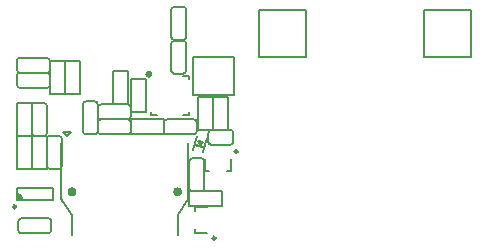
<source format=gto>
G04*
G04 #@! TF.GenerationSoftware,Altium Limited,Altium Designer,19.1.5 (86)*
G04*
G04 Layer_Color=65535*
%FSLAX25Y25*%
%MOIN*%
G70*
G01*
G75*
%ADD10C,0.00394*%
%ADD11C,0.00500*%
%ADD12C,0.00984*%
%ADD13C,0.00031*%
%ADD14C,0.00787*%
%ADD15C,0.00591*%
%ADD16C,0.00800*%
G04:AMPARAMS|DCode=17|XSize=7.87mil|YSize=31.5mil|CornerRadius=0mil|HoleSize=0mil|Usage=FLASHONLY|Rotation=75.000|XOffset=0mil|YOffset=0mil|HoleType=Round|Shape=Rectangle|*
%AMROTATEDRECTD17*
4,1,4,0.01419,-0.00788,-0.01623,0.00027,-0.01419,0.00788,0.01623,-0.00027,0.01419,-0.00788,0.0*
%
%ADD17ROTATEDRECTD17*%

G36*
X14095Y21732D02*
Y23700D01*
X14685D01*
X15866Y22519D01*
Y21732D01*
X14095D01*
D02*
G37*
G36*
X31004Y24331D02*
Y24057D01*
X31214Y23550D01*
X31601Y23163D01*
X32108Y22953D01*
X32382D01*
X32656D01*
X33162Y23163D01*
X33550Y23550D01*
X33760Y24057D01*
Y24331D01*
Y24605D01*
X33550Y25111D01*
X33162Y25499D01*
X32656Y25709D01*
X32382D01*
X32108D01*
X31601Y25499D01*
X31214Y25111D01*
X31004Y24605D01*
Y24331D01*
D01*
D02*
G37*
G36*
X66240D02*
Y24057D01*
X66450Y23550D01*
X66838Y23163D01*
X67344Y22953D01*
X67618D01*
X67892D01*
X68399Y23163D01*
X68786Y23550D01*
X68996Y24057D01*
Y24331D01*
Y24605D01*
X68786Y25111D01*
X68399Y25499D01*
X67892Y25709D01*
X67618D01*
X67344D01*
X66838Y25499D01*
X66450Y25111D01*
X66240Y24605D01*
Y24331D01*
D01*
D02*
G37*
G36*
X58000Y62500D02*
X57801D01*
X57433Y62652D01*
X57152Y62933D01*
X57000Y63301D01*
Y63500D01*
Y63699D01*
X57152Y64066D01*
X57433Y64348D01*
X57801Y64500D01*
X58000D01*
X58199D01*
X58566Y64348D01*
X58848Y64066D01*
X59000Y63699D01*
Y63500D01*
Y63301D01*
X58848Y62933D01*
X58566Y62652D01*
X58199Y62500D01*
X58000D01*
D01*
D02*
G37*
D10*
X33760Y24331D02*
G03*
X33760Y24331I-1378J0D01*
G01*
X68996D02*
G03*
X68996Y24331I-1378J0D01*
G01*
D11*
X66500Y86000D02*
G03*
X65500Y85000I0J-1000D01*
G01*
X70500D02*
G03*
X69500Y86000I-1000J0D01*
G01*
Y75000D02*
G03*
X70500Y76000I0J1000D01*
G01*
X65500D02*
G03*
X66500Y75000I1000J0D01*
G01*
X78850Y45000D02*
G03*
X77850Y44000I0J-1000D01*
G01*
Y41000D02*
G03*
X78850Y40000I1000J0D01*
G01*
X85150D02*
G03*
X86150Y41000I0J1000D01*
G01*
Y44000D02*
G03*
X85150Y45000I-1000J0D01*
G01*
X20000Y54000D02*
G03*
X19000Y53000I0J-1000D01*
G01*
X24000D02*
G03*
X23000Y54000I-1000J0D01*
G01*
Y43000D02*
G03*
X24000Y44000I0J1000D01*
G01*
X19000D02*
G03*
X20000Y43000I1000J0D01*
G01*
X41000Y44500D02*
G03*
X42000Y43500I1000J0D01*
G01*
Y48500D02*
G03*
X41000Y47500I0J-1000D01*
G01*
X52000D02*
G03*
X51000Y48500I-1000J0D01*
G01*
Y43500D02*
G03*
X52000Y44500I0J1000D01*
G01*
X28000Y32000D02*
G03*
X29000Y33000I0J1000D01*
G01*
X24000D02*
G03*
X25000Y32000I1000J0D01*
G01*
Y43000D02*
G03*
X24000Y42000I0J-1000D01*
G01*
X29000D02*
G03*
X28000Y43000I-1000J0D01*
G01*
X37000Y54500D02*
G03*
X36000Y53500I0J-1000D01*
G01*
X41000D02*
G03*
X40000Y54500I-1000J0D01*
G01*
Y43500D02*
G03*
X41000Y44500I0J1000D01*
G01*
X36000D02*
G03*
X37000Y43500I1000J0D01*
G01*
X66460Y74767D02*
G03*
X65460Y73767I0J-1000D01*
G01*
X70460D02*
G03*
X69460Y74767I-1000J0D01*
G01*
Y63767D02*
G03*
X70460Y64767I0J1000D01*
G01*
X65460D02*
G03*
X66460Y63767I1000J0D01*
G01*
X74000Y47500D02*
G03*
X73000Y48500I-1000J0D01*
G01*
Y43500D02*
G03*
X74000Y44500I0J1000D01*
G01*
X63000D02*
G03*
X64000Y43500I1000J0D01*
G01*
Y48500D02*
G03*
X63000Y47500I0J-1000D01*
G01*
X72500Y35500D02*
G03*
X71500Y34500I0J-1000D01*
G01*
X76500D02*
G03*
X75500Y35500I-1000J0D01*
G01*
Y24500D02*
G03*
X76500Y25500I0J1000D01*
G01*
X71500D02*
G03*
X72500Y24500I1000J0D01*
G01*
X52000Y52500D02*
G03*
X51000Y53500I-1000J0D01*
G01*
Y48500D02*
G03*
X52000Y49500I0J1000D01*
G01*
X41000D02*
G03*
X42000Y48500I1000J0D01*
G01*
Y53500D02*
G03*
X41000Y52500I0J-1000D01*
G01*
X25000Y68000D02*
G03*
X24000Y69000I-1000J0D01*
G01*
Y64000D02*
G03*
X25000Y65000I0J1000D01*
G01*
X14000D02*
G03*
X15000Y64000I1000J0D01*
G01*
Y69000D02*
G03*
X14000Y68000I0J-1000D01*
G01*
X25000Y63000D02*
G03*
X24000Y64000I-1000J0D01*
G01*
Y59000D02*
G03*
X25000Y60000I0J1000D01*
G01*
X14000D02*
G03*
X15000Y59000I1000J0D01*
G01*
Y64000D02*
G03*
X14000Y63000I0J-1000D01*
G01*
X14500Y11500D02*
G03*
X15500Y10500I1000J0D01*
G01*
Y15500D02*
G03*
X14500Y14500I0J-1000D01*
G01*
X25500D02*
G03*
X24500Y15500I-1000J0D01*
G01*
Y10500D02*
G03*
X25500Y11500I0J1000D01*
G01*
X67716Y9984D02*
Y16457D01*
X32283Y9984D02*
Y16457D01*
X28839Y22047D02*
X32283Y16457D01*
X29507Y44407D02*
X30807Y43107D01*
X32107Y44407D01*
X29507D02*
X32107D01*
X67716Y16457D02*
X71161Y22047D01*
X28839D02*
Y40472D01*
X71161Y22047D02*
Y40472D01*
X65500Y76000D02*
Y85000D01*
X66500Y86000D02*
X69500D01*
X70500Y76000D02*
Y85000D01*
X66500Y75000D02*
X69500D01*
X74949Y40110D02*
X76155Y40806D01*
X74253Y41315D02*
X76155Y40806D01*
X74253Y41315D02*
X74949Y40110D01*
X76006Y37585D02*
X77229Y42148D01*
X72771Y38452D02*
X73994Y43015D01*
X78850Y45000D02*
X85150D01*
X77850Y41000D02*
Y44000D01*
X78850Y40000D02*
X85150D01*
X86150Y41000D02*
Y44000D01*
X14000Y43000D02*
X19000D01*
Y54000D01*
X14000D02*
X19000D01*
X14000Y43000D02*
Y54000D01*
X19000Y44000D02*
Y53000D01*
X20000Y54000D02*
X23000D01*
X24000Y44000D02*
Y53000D01*
X20000Y43000D02*
X23000D01*
X19000Y43000D02*
X24000D01*
X19000Y32000D02*
Y43000D01*
Y32000D02*
X24000D01*
Y43000D01*
X25000Y57000D02*
X30000D01*
Y68000D01*
X25000D02*
X30000D01*
X25000Y57000D02*
Y68000D01*
X30000Y57000D02*
X35000D01*
Y68000D01*
X30000D02*
X35000D01*
X30000Y57000D02*
Y68000D01*
X71250Y19500D02*
Y24500D01*
Y19500D02*
X82250D01*
Y24500D01*
X71250D02*
X82250D01*
X18500Y59000D02*
X20500D01*
X18500Y54000D02*
X20500D01*
X74500Y45000D02*
Y56000D01*
X79500D01*
Y45000D02*
Y56000D01*
X74500Y45000D02*
X79500D01*
Y56000D01*
X84500D01*
Y45000D02*
Y56000D01*
X79500Y45000D02*
X84500D01*
X51000Y53500D02*
Y64500D01*
X46000Y53500D02*
X51000D01*
X46000D02*
Y64500D01*
X51000D01*
X52000Y62000D02*
X57000D01*
X52000Y51000D02*
Y62000D01*
Y51000D02*
X57000D01*
Y62000D01*
X42000Y43500D02*
X51000D01*
X41000Y44500D02*
Y47500D01*
X42000Y48500D02*
X51000D01*
X52000Y44500D02*
Y47500D01*
X29000Y33000D02*
Y42000D01*
X25000Y32000D02*
X28000D01*
X24000Y33000D02*
Y42000D01*
X25000Y43000D02*
X28000D01*
X36000Y44500D02*
Y53500D01*
X37000Y54500D02*
X40000D01*
X41000Y44500D02*
Y53500D01*
X37000Y43500D02*
X40000D01*
X65460Y64767D02*
Y73767D01*
X66460Y74767D02*
X69460D01*
X70460Y64767D02*
Y73767D01*
X66460Y63767D02*
X69460D01*
X52000Y48500D02*
X63000D01*
Y43500D02*
Y48500D01*
X52000Y43500D02*
X63000D01*
X52000D02*
Y48500D01*
X64000D02*
X73000D01*
X74000Y44500D02*
Y47500D01*
X64000Y43500D02*
X73000D01*
X63000Y44500D02*
Y47500D01*
X71500Y25500D02*
Y34500D01*
X72500Y35500D02*
X75500D01*
X76500Y25500D02*
Y34500D01*
X72500Y24500D02*
X75500D01*
X42000Y53500D02*
X51000D01*
X52000Y49500D02*
Y52500D01*
X42000Y48500D02*
X51000D01*
X41000Y49500D02*
Y52500D01*
X15000Y69000D02*
X24000D01*
X25000Y65000D02*
Y68000D01*
X15000Y64000D02*
X24000D01*
X14000Y65000D02*
Y68000D01*
X15000Y64000D02*
X24000D01*
X25000Y60000D02*
Y63000D01*
X15000Y59000D02*
X24000D01*
X14000Y60000D02*
Y63000D01*
X15500Y10500D02*
X24500D01*
X14500Y11500D02*
Y14500D01*
X15500Y15500D02*
X24500D01*
X25500Y11500D02*
Y14500D01*
X14000Y43000D02*
X19000D01*
X14000Y32000D02*
Y43000D01*
Y32000D02*
X19000D01*
Y43000D01*
D12*
X80232Y8898D02*
G03*
X80232Y8898I-492J0D01*
G01*
X87594Y37740D02*
G03*
X87594Y37740I-492J0D01*
G01*
X13701Y19369D02*
G03*
X13701Y19369I-492J0D01*
G01*
D13*
X59000Y63500D02*
G03*
X59000Y63500I-1000J0D01*
G01*
D14*
X15866Y21928D02*
G03*
X14095Y23700I-1772J0D01*
G01*
X73343Y10669D02*
X77280D01*
X73343D02*
Y12047D01*
Y19331D02*
X77280D01*
X73343Y17953D02*
Y19331D01*
X85331Y31343D02*
Y35280D01*
X83953Y31343D02*
X85331D01*
X76669D02*
Y35280D01*
Y31343D02*
X78047D01*
X72709Y69299D02*
X86291D01*
Y56701D02*
Y69299D01*
X72709Y56701D02*
X86291D01*
X72709D02*
Y69299D01*
X15866Y21732D02*
Y21928D01*
X14095Y25668D02*
X25905D01*
X14095Y21732D02*
X25905D01*
Y25668D01*
X14095Y21732D02*
Y25668D01*
D15*
X94644Y84999D02*
X110392D01*
Y69251D02*
Y84999D01*
X94644Y69251D02*
X110392D01*
X94644D02*
Y84999D01*
X149605Y69251D02*
Y84999D01*
Y69251D02*
X165353D01*
Y84999D01*
X149605D02*
X165353D01*
D16*
X69394Y62994D02*
X71394D01*
Y61891D02*
Y62994D01*
Y49994D02*
Y51097D01*
X69394Y49994D02*
X71394D01*
X58595D02*
X60594D01*
X58595D02*
Y51097D01*
D17*
X74823Y39636D02*
D03*
M02*

</source>
